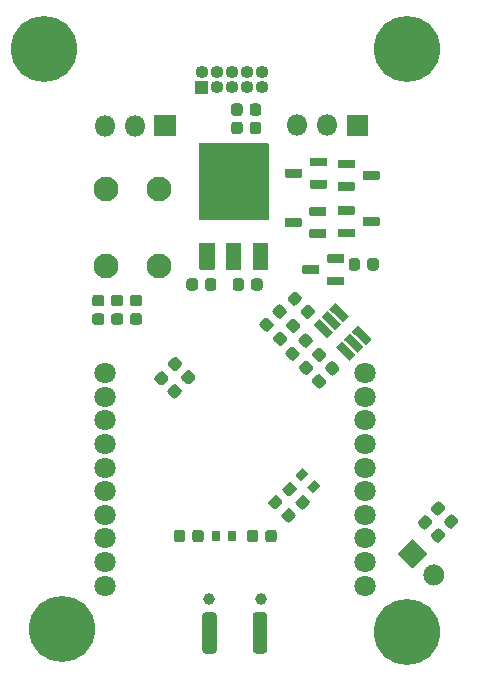
<source format=gbs>
%TF.GenerationSoftware,KiCad,Pcbnew,5.1.7*%
%TF.CreationDate,2020-10-05T22:02:55-05:00*%
%TF.ProjectId,ARC-Boat0,4152432d-426f-4617-9430-2e6b69636164,rev?*%
%TF.SameCoordinates,Original*%
%TF.FileFunction,Soldermask,Bot*%
%TF.FilePolarity,Negative*%
%FSLAX46Y46*%
G04 Gerber Fmt 4.6, Leading zero omitted, Abs format (unit mm)*
G04 Created by KiCad (PCBNEW 5.1.7) date 2020-10-05 22:02:55*
%MOMM*%
%LPD*%
G01*
G04 APERTURE LIST*
%ADD10C,5.600000*%
%ADD11C,2.100000*%
%ADD12O,1.800000X1.800000*%
%ADD13C,1.800000*%
%ADD14C,1.000000*%
%ADD15O,1.100000X1.100000*%
G04 APERTURE END LIST*
D10*
%TO.C,REF\u002A\u002A*%
X106400000Y-38600000D03*
%TD*%
%TO.C,REF\u002A\u002A*%
X137100000Y-87900000D03*
%TD*%
%TO.C,REF\u002A\u002A*%
X107870000Y-87710000D03*
%TD*%
%TO.C,REF\u002A\u002A*%
X137100000Y-38600000D03*
%TD*%
D11*
%TO.C,SW1*%
X111600000Y-50400000D03*
X116100000Y-50400000D03*
X111600000Y-56900000D03*
X116100000Y-56900000D03*
%TD*%
D12*
%TO.C,J5*%
X111520000Y-45050000D03*
X114060000Y-45050000D03*
G36*
G01*
X117450000Y-45950000D02*
X115750000Y-45950000D01*
G75*
G02*
X115700000Y-45900000I0J50000D01*
G01*
X115700000Y-44200000D01*
G75*
G02*
X115750000Y-44150000I50000J0D01*
G01*
X117450000Y-44150000D01*
G75*
G02*
X117500000Y-44200000I0J-50000D01*
G01*
X117500000Y-45900000D01*
G75*
G02*
X117450000Y-45950000I-50000J0D01*
G01*
G37*
%TD*%
%TO.C,J4*%
X127795000Y-45025000D03*
X130335000Y-45025000D03*
G36*
G01*
X133725000Y-45925000D02*
X132025000Y-45925000D01*
G75*
G02*
X131975000Y-45875000I0J50000D01*
G01*
X131975000Y-44175000D01*
G75*
G02*
X132025000Y-44125000I50000J0D01*
G01*
X133725000Y-44125000D01*
G75*
G02*
X133775000Y-44175000I0J-50000D01*
G01*
X133775000Y-45875000D01*
G75*
G02*
X133725000Y-45925000I-50000J0D01*
G01*
G37*
%TD*%
%TO.C,U2*%
G36*
G01*
X131487114Y-61927495D02*
X131027495Y-62387114D01*
G75*
G02*
X130956785Y-62387114I-35355J35355D01*
G01*
X129853698Y-61284027D01*
G75*
G02*
X129853698Y-61213317I35355J35355D01*
G01*
X130313317Y-60753698D01*
G75*
G02*
X130384027Y-60753698I35355J-35355D01*
G01*
X131487114Y-61856785D01*
G75*
G02*
X131487114Y-61927495I-35355J-35355D01*
G01*
G37*
G36*
G01*
X132158865Y-61255743D02*
X131699246Y-61715362D01*
G75*
G02*
X131628536Y-61715362I-35355J35355D01*
G01*
X130525449Y-60612275D01*
G75*
G02*
X130525449Y-60541565I35355J35355D01*
G01*
X130985068Y-60081946D01*
G75*
G02*
X131055778Y-60081946I35355J-35355D01*
G01*
X132158865Y-61185033D01*
G75*
G02*
X132158865Y-61255743I-35355J-35355D01*
G01*
G37*
G36*
G01*
X130815362Y-62599246D02*
X130355743Y-63058865D01*
G75*
G02*
X130285033Y-63058865I-35355J35355D01*
G01*
X129181946Y-61955778D01*
G75*
G02*
X129181946Y-61885068I35355J35355D01*
G01*
X129641565Y-61425449D01*
G75*
G02*
X129712275Y-61425449I35355J-35355D01*
G01*
X130815362Y-62528536D01*
G75*
G02*
X130815362Y-62599246I-35355J-35355D01*
G01*
G37*
G36*
G01*
X132724551Y-64508435D02*
X132264932Y-64968054D01*
G75*
G02*
X132194222Y-64968054I-35355J35355D01*
G01*
X131091135Y-63864967D01*
G75*
G02*
X131091135Y-63794257I35355J35355D01*
G01*
X131550754Y-63334638D01*
G75*
G02*
X131621464Y-63334638I35355J-35355D01*
G01*
X132724551Y-64437725D01*
G75*
G02*
X132724551Y-64508435I-35355J-35355D01*
G01*
G37*
G36*
G01*
X133396302Y-63836683D02*
X132936683Y-64296302D01*
G75*
G02*
X132865973Y-64296302I-35355J35355D01*
G01*
X131762886Y-63193215D01*
G75*
G02*
X131762886Y-63122505I35355J35355D01*
G01*
X132222505Y-62662886D01*
G75*
G02*
X132293215Y-62662886I35355J-35355D01*
G01*
X133396302Y-63765973D01*
G75*
G02*
X133396302Y-63836683I-35355J-35355D01*
G01*
G37*
G36*
G01*
X134068054Y-63164932D02*
X133608435Y-63624551D01*
G75*
G02*
X133537725Y-63624551I-35355J35355D01*
G01*
X132434638Y-62521464D01*
G75*
G02*
X132434638Y-62450754I35355J35355D01*
G01*
X132894257Y-61991135D01*
G75*
G02*
X132964967Y-61991135I35355J-35355D01*
G01*
X134068054Y-63094222D01*
G75*
G02*
X134068054Y-63164932I-35355J-35355D01*
G01*
G37*
%TD*%
%TO.C,R12*%
G36*
G01*
X133725000Y-57081250D02*
X133725000Y-56518750D01*
G75*
G02*
X133968750Y-56275000I243750J0D01*
G01*
X134456250Y-56275000D01*
G75*
G02*
X134700000Y-56518750I0J-243750D01*
G01*
X134700000Y-57081250D01*
G75*
G02*
X134456250Y-57325000I-243750J0D01*
G01*
X133968750Y-57325000D01*
G75*
G02*
X133725000Y-57081250I0J243750D01*
G01*
G37*
G36*
G01*
X132150000Y-57081250D02*
X132150000Y-56518750D01*
G75*
G02*
X132393750Y-56275000I243750J0D01*
G01*
X132881250Y-56275000D01*
G75*
G02*
X133125000Y-56518750I0J-243750D01*
G01*
X133125000Y-57081250D01*
G75*
G02*
X132881250Y-57325000I-243750J0D01*
G01*
X132393750Y-57325000D01*
G75*
G02*
X132150000Y-57081250I0J243750D01*
G01*
G37*
%TD*%
%TO.C,R11*%
G36*
G01*
X123175000Y-43418750D02*
X123175000Y-43981250D01*
G75*
G02*
X122931250Y-44225000I-243750J0D01*
G01*
X122443750Y-44225000D01*
G75*
G02*
X122200000Y-43981250I0J243750D01*
G01*
X122200000Y-43418750D01*
G75*
G02*
X122443750Y-43175000I243750J0D01*
G01*
X122931250Y-43175000D01*
G75*
G02*
X123175000Y-43418750I0J-243750D01*
G01*
G37*
G36*
G01*
X124750000Y-43418750D02*
X124750000Y-43981250D01*
G75*
G02*
X124506250Y-44225000I-243750J0D01*
G01*
X124018750Y-44225000D01*
G75*
G02*
X123775000Y-43981250I0J243750D01*
G01*
X123775000Y-43418750D01*
G75*
G02*
X124018750Y-43175000I243750J0D01*
G01*
X124506250Y-43175000D01*
G75*
G02*
X124750000Y-43418750I0J-243750D01*
G01*
G37*
%TD*%
%TO.C,R10*%
G36*
G01*
X129511007Y-64986741D02*
X129113259Y-64588993D01*
G75*
G02*
X129113259Y-64244279I172357J172357D01*
G01*
X129457973Y-63899565D01*
G75*
G02*
X129802687Y-63899565I172357J-172357D01*
G01*
X130200435Y-64297313D01*
G75*
G02*
X130200435Y-64642027I-172357J-172357D01*
G01*
X129855721Y-64986741D01*
G75*
G02*
X129511007Y-64986741I-172357J172357D01*
G01*
G37*
G36*
G01*
X128397313Y-66100435D02*
X127999565Y-65702687D01*
G75*
G02*
X127999565Y-65357973I172357J172357D01*
G01*
X128344279Y-65013259D01*
G75*
G02*
X128688993Y-65013259I172357J-172357D01*
G01*
X129086741Y-65411007D01*
G75*
G02*
X129086741Y-65755721I-172357J-172357D01*
G01*
X128742027Y-66100435D01*
G75*
G02*
X128397313Y-66100435I-172357J172357D01*
G01*
G37*
%TD*%
%TO.C,R9*%
G36*
G01*
X123175000Y-44968750D02*
X123175000Y-45531250D01*
G75*
G02*
X122931250Y-45775000I-243750J0D01*
G01*
X122443750Y-45775000D01*
G75*
G02*
X122200000Y-45531250I0J243750D01*
G01*
X122200000Y-44968750D01*
G75*
G02*
X122443750Y-44725000I243750J0D01*
G01*
X122931250Y-44725000D01*
G75*
G02*
X123175000Y-44968750I0J-243750D01*
G01*
G37*
G36*
G01*
X124750000Y-44968750D02*
X124750000Y-45531250D01*
G75*
G02*
X124506250Y-45775000I-243750J0D01*
G01*
X124018750Y-45775000D01*
G75*
G02*
X123775000Y-45531250I0J243750D01*
G01*
X123775000Y-44968750D01*
G75*
G02*
X124018750Y-44725000I243750J0D01*
G01*
X124506250Y-44725000D01*
G75*
G02*
X124750000Y-44968750I0J-243750D01*
G01*
G37*
%TD*%
%TO.C,R8*%
G36*
G01*
X112268750Y-60950000D02*
X112831250Y-60950000D01*
G75*
G02*
X113075000Y-61193750I0J-243750D01*
G01*
X113075000Y-61681250D01*
G75*
G02*
X112831250Y-61925000I-243750J0D01*
G01*
X112268750Y-61925000D01*
G75*
G02*
X112025000Y-61681250I0J243750D01*
G01*
X112025000Y-61193750D01*
G75*
G02*
X112268750Y-60950000I243750J0D01*
G01*
G37*
G36*
G01*
X112268750Y-59375000D02*
X112831250Y-59375000D01*
G75*
G02*
X113075000Y-59618750I0J-243750D01*
G01*
X113075000Y-60106250D01*
G75*
G02*
X112831250Y-60350000I-243750J0D01*
G01*
X112268750Y-60350000D01*
G75*
G02*
X112025000Y-60106250I0J243750D01*
G01*
X112025000Y-59618750D01*
G75*
G02*
X112268750Y-59375000I243750J0D01*
G01*
G37*
%TD*%
%TO.C,R7*%
G36*
G01*
X110668750Y-60950000D02*
X111231250Y-60950000D01*
G75*
G02*
X111475000Y-61193750I0J-243750D01*
G01*
X111475000Y-61681250D01*
G75*
G02*
X111231250Y-61925000I-243750J0D01*
G01*
X110668750Y-61925000D01*
G75*
G02*
X110425000Y-61681250I0J243750D01*
G01*
X110425000Y-61193750D01*
G75*
G02*
X110668750Y-60950000I243750J0D01*
G01*
G37*
G36*
G01*
X110668750Y-59375000D02*
X111231250Y-59375000D01*
G75*
G02*
X111475000Y-59618750I0J-243750D01*
G01*
X111475000Y-60106250D01*
G75*
G02*
X111231250Y-60350000I-243750J0D01*
G01*
X110668750Y-60350000D01*
G75*
G02*
X110425000Y-60106250I0J243750D01*
G01*
X110425000Y-59618750D01*
G75*
G02*
X110668750Y-59375000I243750J0D01*
G01*
G37*
%TD*%
%TO.C,R6*%
G36*
G01*
X114431250Y-60350000D02*
X113868750Y-60350000D01*
G75*
G02*
X113625000Y-60106250I0J243750D01*
G01*
X113625000Y-59618750D01*
G75*
G02*
X113868750Y-59375000I243750J0D01*
G01*
X114431250Y-59375000D01*
G75*
G02*
X114675000Y-59618750I0J-243750D01*
G01*
X114675000Y-60106250D01*
G75*
G02*
X114431250Y-60350000I-243750J0D01*
G01*
G37*
G36*
G01*
X114431250Y-61925000D02*
X113868750Y-61925000D01*
G75*
G02*
X113625000Y-61681250I0J243750D01*
G01*
X113625000Y-61193750D01*
G75*
G02*
X113868750Y-60950000I243750J0D01*
G01*
X114431250Y-60950000D01*
G75*
G02*
X114675000Y-61193750I0J-243750D01*
G01*
X114675000Y-61681250D01*
G75*
G02*
X114431250Y-61925000I-243750J0D01*
G01*
G37*
%TD*%
%TO.C,R5*%
G36*
G01*
X126488993Y-62563259D02*
X126886741Y-62961007D01*
G75*
G02*
X126886741Y-63305721I-172357J-172357D01*
G01*
X126542027Y-63650435D01*
G75*
G02*
X126197313Y-63650435I-172357J172357D01*
G01*
X125799565Y-63252687D01*
G75*
G02*
X125799565Y-62907973I172357J172357D01*
G01*
X126144279Y-62563259D01*
G75*
G02*
X126488993Y-62563259I172357J-172357D01*
G01*
G37*
G36*
G01*
X127602687Y-61449565D02*
X128000435Y-61847313D01*
G75*
G02*
X128000435Y-62192027I-172357J-172357D01*
G01*
X127655721Y-62536741D01*
G75*
G02*
X127311007Y-62536741I-172357J172357D01*
G01*
X126913259Y-62138993D01*
G75*
G02*
X126913259Y-61794279I172357J172357D01*
G01*
X127257973Y-61449565D01*
G75*
G02*
X127602687Y-61449565I172357J-172357D01*
G01*
G37*
%TD*%
%TO.C,R4*%
G36*
G01*
X130611007Y-66136741D02*
X130213259Y-65738993D01*
G75*
G02*
X130213259Y-65394279I172357J172357D01*
G01*
X130557973Y-65049565D01*
G75*
G02*
X130902687Y-65049565I172357J-172357D01*
G01*
X131300435Y-65447313D01*
G75*
G02*
X131300435Y-65792027I-172357J-172357D01*
G01*
X130955721Y-66136741D01*
G75*
G02*
X130611007Y-66136741I-172357J172357D01*
G01*
G37*
G36*
G01*
X129497313Y-67250435D02*
X129099565Y-66852687D01*
G75*
G02*
X129099565Y-66507973I172357J172357D01*
G01*
X129444279Y-66163259D01*
G75*
G02*
X129788993Y-66163259I172357J-172357D01*
G01*
X130186741Y-66561007D01*
G75*
G02*
X130186741Y-66905721I-172357J-172357D01*
G01*
X129842027Y-67250435D01*
G75*
G02*
X129497313Y-67250435I-172357J172357D01*
G01*
G37*
%TD*%
%TO.C,R3*%
G36*
G01*
X128361007Y-63786741D02*
X127963259Y-63388993D01*
G75*
G02*
X127963259Y-63044279I172357J172357D01*
G01*
X128307973Y-62699565D01*
G75*
G02*
X128652687Y-62699565I172357J-172357D01*
G01*
X129050435Y-63097313D01*
G75*
G02*
X129050435Y-63442027I-172357J-172357D01*
G01*
X128705721Y-63786741D01*
G75*
G02*
X128361007Y-63786741I-172357J172357D01*
G01*
G37*
G36*
G01*
X127247313Y-64900435D02*
X126849565Y-64502687D01*
G75*
G02*
X126849565Y-64157973I172357J172357D01*
G01*
X127194279Y-63813259D01*
G75*
G02*
X127538993Y-63813259I172357J-172357D01*
G01*
X127936741Y-64211007D01*
G75*
G02*
X127936741Y-64555721I-172357J-172357D01*
G01*
X127592027Y-64900435D01*
G75*
G02*
X127247313Y-64900435I-172357J172357D01*
G01*
G37*
%TD*%
%TO.C,J2*%
G36*
G01*
X138734655Y-83732447D02*
X138734655Y-83732447D01*
G75*
G02*
X138734655Y-82459655I636396J636396D01*
G01*
X138734655Y-82459655D01*
G75*
G02*
X140007447Y-82459655I636396J-636396D01*
G01*
X140007447Y-82459655D01*
G75*
G02*
X140007447Y-83732447I-636396J-636396D01*
G01*
X140007447Y-83732447D01*
G75*
G02*
X138734655Y-83732447I-636396J636396D01*
G01*
G37*
G36*
G01*
X137539645Y-82537437D02*
X136337563Y-81335355D01*
G75*
G02*
X136337563Y-81264645I35355J35355D01*
G01*
X137539645Y-80062563D01*
G75*
G02*
X137610355Y-80062563I35355J-35355D01*
G01*
X138812437Y-81264645D01*
G75*
G02*
X138812437Y-81335355I-35355J-35355D01*
G01*
X137610355Y-82537437D01*
G75*
G02*
X137539645Y-82537437I-35355J35355D01*
G01*
G37*
%TD*%
%TO.C,FB3*%
G36*
G01*
X124025000Y-89477779D02*
X124025000Y-86522221D01*
G75*
G02*
X124297221Y-86250000I272221J0D01*
G01*
X124977779Y-86250000D01*
G75*
G02*
X125250000Y-86522221I0J-272221D01*
G01*
X125250000Y-89477779D01*
G75*
G02*
X124977779Y-89750000I-272221J0D01*
G01*
X124297221Y-89750000D01*
G75*
G02*
X124025000Y-89477779I0J272221D01*
G01*
G37*
G36*
G01*
X119750000Y-89477779D02*
X119750000Y-86522221D01*
G75*
G02*
X120022221Y-86250000I272221J0D01*
G01*
X120702779Y-86250000D01*
G75*
G02*
X120975000Y-86522221I0J-272221D01*
G01*
X120975000Y-89477779D01*
G75*
G02*
X120702779Y-89750000I-272221J0D01*
G01*
X120022221Y-89750000D01*
G75*
G02*
X119750000Y-89477779I0J272221D01*
G01*
G37*
%TD*%
%TO.C,C16*%
G36*
G01*
X123900000Y-58781250D02*
X123900000Y-58218750D01*
G75*
G02*
X124143750Y-57975000I243750J0D01*
G01*
X124631250Y-57975000D01*
G75*
G02*
X124875000Y-58218750I0J-243750D01*
G01*
X124875000Y-58781250D01*
G75*
G02*
X124631250Y-59025000I-243750J0D01*
G01*
X124143750Y-59025000D01*
G75*
G02*
X123900000Y-58781250I0J243750D01*
G01*
G37*
G36*
G01*
X122325000Y-58781250D02*
X122325000Y-58218750D01*
G75*
G02*
X122568750Y-57975000I243750J0D01*
G01*
X123056250Y-57975000D01*
G75*
G02*
X123300000Y-58218750I0J-243750D01*
G01*
X123300000Y-58781250D01*
G75*
G02*
X123056250Y-59025000I-243750J0D01*
G01*
X122568750Y-59025000D01*
G75*
G02*
X122325000Y-58781250I0J243750D01*
G01*
G37*
%TD*%
%TO.C,C13*%
G36*
G01*
X119387500Y-58218750D02*
X119387500Y-58781250D01*
G75*
G02*
X119143750Y-59025000I-243750J0D01*
G01*
X118656250Y-59025000D01*
G75*
G02*
X118412500Y-58781250I0J243750D01*
G01*
X118412500Y-58218750D01*
G75*
G02*
X118656250Y-57975000I243750J0D01*
G01*
X119143750Y-57975000D01*
G75*
G02*
X119387500Y-58218750I0J-243750D01*
G01*
G37*
G36*
G01*
X120962500Y-58218750D02*
X120962500Y-58781250D01*
G75*
G02*
X120718750Y-59025000I-243750J0D01*
G01*
X120231250Y-59025000D01*
G75*
G02*
X119987500Y-58781250I0J243750D01*
G01*
X119987500Y-58218750D01*
G75*
G02*
X120231250Y-57975000I243750J0D01*
G01*
X120718750Y-57975000D01*
G75*
G02*
X120962500Y-58218750I0J-243750D01*
G01*
G37*
%TD*%
%TO.C,C12*%
G36*
G01*
X128118588Y-59845840D02*
X127720840Y-60243588D01*
G75*
G02*
X127376126Y-60243588I-172357J172357D01*
G01*
X127031412Y-59898874D01*
G75*
G02*
X127031412Y-59554160I172357J172357D01*
G01*
X127429160Y-59156412D01*
G75*
G02*
X127773874Y-59156412I172357J-172357D01*
G01*
X128118588Y-59501126D01*
G75*
G02*
X128118588Y-59845840I-172357J-172357D01*
G01*
G37*
G36*
G01*
X129232282Y-60959534D02*
X128834534Y-61357282D01*
G75*
G02*
X128489820Y-61357282I-172357J172357D01*
G01*
X128145106Y-61012568D01*
G75*
G02*
X128145106Y-60667854I172357J172357D01*
G01*
X128542854Y-60270106D01*
G75*
G02*
X128887568Y-60270106I172357J-172357D01*
G01*
X129232282Y-60614820D01*
G75*
G02*
X129232282Y-60959534I-172357J-172357D01*
G01*
G37*
%TD*%
%TO.C,C11*%
G36*
G01*
X125100000Y-80081250D02*
X125100000Y-79518750D01*
G75*
G02*
X125343750Y-79275000I243750J0D01*
G01*
X125831250Y-79275000D01*
G75*
G02*
X126075000Y-79518750I0J-243750D01*
G01*
X126075000Y-80081250D01*
G75*
G02*
X125831250Y-80325000I-243750J0D01*
G01*
X125343750Y-80325000D01*
G75*
G02*
X125100000Y-80081250I0J243750D01*
G01*
G37*
G36*
G01*
X123525000Y-80081250D02*
X123525000Y-79518750D01*
G75*
G02*
X123768750Y-79275000I243750J0D01*
G01*
X124256250Y-79275000D01*
G75*
G02*
X124500000Y-79518750I0J-243750D01*
G01*
X124500000Y-80081250D01*
G75*
G02*
X124256250Y-80325000I-243750J0D01*
G01*
X123768750Y-80325000D01*
G75*
G02*
X123525000Y-80081250I0J243750D01*
G01*
G37*
%TD*%
%TO.C,C10*%
G36*
G01*
X118300000Y-79518750D02*
X118300000Y-80081250D01*
G75*
G02*
X118056250Y-80325000I-243750J0D01*
G01*
X117568750Y-80325000D01*
G75*
G02*
X117325000Y-80081250I0J243750D01*
G01*
X117325000Y-79518750D01*
G75*
G02*
X117568750Y-79275000I243750J0D01*
G01*
X118056250Y-79275000D01*
G75*
G02*
X118300000Y-79518750I0J-243750D01*
G01*
G37*
G36*
G01*
X119875000Y-79518750D02*
X119875000Y-80081250D01*
G75*
G02*
X119631250Y-80325000I-243750J0D01*
G01*
X119143750Y-80325000D01*
G75*
G02*
X118900000Y-80081250I0J243750D01*
G01*
X118900000Y-79518750D01*
G75*
G02*
X119143750Y-79275000I243750J0D01*
G01*
X119631250Y-79275000D01*
G75*
G02*
X119875000Y-79518750I0J-243750D01*
G01*
G37*
%TD*%
%TO.C,C7*%
G36*
G01*
X126513259Y-77911007D02*
X126911007Y-77513259D01*
G75*
G02*
X127255721Y-77513259I172357J-172357D01*
G01*
X127600435Y-77857973D01*
G75*
G02*
X127600435Y-78202687I-172357J-172357D01*
G01*
X127202687Y-78600435D01*
G75*
G02*
X126857973Y-78600435I-172357J172357D01*
G01*
X126513259Y-78255721D01*
G75*
G02*
X126513259Y-77911007I172357J172357D01*
G01*
G37*
G36*
G01*
X125399565Y-76797313D02*
X125797313Y-76399565D01*
G75*
G02*
X126142027Y-76399565I172357J-172357D01*
G01*
X126486741Y-76744279D01*
G75*
G02*
X126486741Y-77088993I-172357J-172357D01*
G01*
X126088993Y-77486741D01*
G75*
G02*
X125744279Y-77486741I-172357J172357D01*
G01*
X125399565Y-77142027D01*
G75*
G02*
X125399565Y-76797313I172357J172357D01*
G01*
G37*
%TD*%
%TO.C,C6*%
G36*
G01*
X127713259Y-76811007D02*
X128111007Y-76413259D01*
G75*
G02*
X128455721Y-76413259I172357J-172357D01*
G01*
X128800435Y-76757973D01*
G75*
G02*
X128800435Y-77102687I-172357J-172357D01*
G01*
X128402687Y-77500435D01*
G75*
G02*
X128057973Y-77500435I-172357J172357D01*
G01*
X127713259Y-77155721D01*
G75*
G02*
X127713259Y-76811007I172357J172357D01*
G01*
G37*
G36*
G01*
X126599565Y-75697313D02*
X126997313Y-75299565D01*
G75*
G02*
X127342027Y-75299565I172357J-172357D01*
G01*
X127686741Y-75644279D01*
G75*
G02*
X127686741Y-75988993I-172357J-172357D01*
G01*
X127288993Y-76386741D01*
G75*
G02*
X126944279Y-76386741I-172357J172357D01*
G01*
X126599565Y-76042027D01*
G75*
G02*
X126599565Y-75697313I172357J172357D01*
G01*
G37*
%TD*%
%TO.C,C5*%
G36*
G01*
X117986741Y-65388993D02*
X117588993Y-65786741D01*
G75*
G02*
X117244279Y-65786741I-172357J172357D01*
G01*
X116899565Y-65442027D01*
G75*
G02*
X116899565Y-65097313I172357J172357D01*
G01*
X117297313Y-64699565D01*
G75*
G02*
X117642027Y-64699565I172357J-172357D01*
G01*
X117986741Y-65044279D01*
G75*
G02*
X117986741Y-65388993I-172357J-172357D01*
G01*
G37*
G36*
G01*
X119100435Y-66502687D02*
X118702687Y-66900435D01*
G75*
G02*
X118357973Y-66900435I-172357J172357D01*
G01*
X118013259Y-66555721D01*
G75*
G02*
X118013259Y-66211007I172357J172357D01*
G01*
X118411007Y-65813259D01*
G75*
G02*
X118755721Y-65813259I172357J-172357D01*
G01*
X119100435Y-66157973D01*
G75*
G02*
X119100435Y-66502687I-172357J-172357D01*
G01*
G37*
%TD*%
%TO.C,C4*%
G36*
G01*
X116836741Y-66588993D02*
X116438993Y-66986741D01*
G75*
G02*
X116094279Y-66986741I-172357J172357D01*
G01*
X115749565Y-66642027D01*
G75*
G02*
X115749565Y-66297313I172357J172357D01*
G01*
X116147313Y-65899565D01*
G75*
G02*
X116492027Y-65899565I172357J-172357D01*
G01*
X116836741Y-66244279D01*
G75*
G02*
X116836741Y-66588993I-172357J-172357D01*
G01*
G37*
G36*
G01*
X117950435Y-67702687D02*
X117552687Y-68100435D01*
G75*
G02*
X117207973Y-68100435I-172357J172357D01*
G01*
X116863259Y-67755721D01*
G75*
G02*
X116863259Y-67411007I172357J172357D01*
G01*
X117261007Y-67013259D01*
G75*
G02*
X117605721Y-67013259I172357J-172357D01*
G01*
X117950435Y-67357973D01*
G75*
G02*
X117950435Y-67702687I-172357J-172357D01*
G01*
G37*
%TD*%
%TO.C,C3*%
G36*
G01*
X126161007Y-61336741D02*
X125763259Y-60938993D01*
G75*
G02*
X125763259Y-60594279I172357J172357D01*
G01*
X126107973Y-60249565D01*
G75*
G02*
X126452687Y-60249565I172357J-172357D01*
G01*
X126850435Y-60647313D01*
G75*
G02*
X126850435Y-60992027I-172357J-172357D01*
G01*
X126505721Y-61336741D01*
G75*
G02*
X126161007Y-61336741I-172357J172357D01*
G01*
G37*
G36*
G01*
X125047313Y-62450435D02*
X124649565Y-62052687D01*
G75*
G02*
X124649565Y-61707973I172357J172357D01*
G01*
X124994279Y-61363259D01*
G75*
G02*
X125338993Y-61363259I172357J-172357D01*
G01*
X125736741Y-61761007D01*
G75*
G02*
X125736741Y-62105721I-172357J-172357D01*
G01*
X125392027Y-62450435D01*
G75*
G02*
X125047313Y-62450435I-172357J172357D01*
G01*
G37*
%TD*%
%TO.C,C2*%
G36*
G01*
X140288259Y-78436007D02*
X140686007Y-78038259D01*
G75*
G02*
X141030721Y-78038259I172357J-172357D01*
G01*
X141375435Y-78382973D01*
G75*
G02*
X141375435Y-78727687I-172357J-172357D01*
G01*
X140977687Y-79125435D01*
G75*
G02*
X140632973Y-79125435I-172357J172357D01*
G01*
X140288259Y-78780721D01*
G75*
G02*
X140288259Y-78436007I172357J172357D01*
G01*
G37*
G36*
G01*
X139174565Y-77322313D02*
X139572313Y-76924565D01*
G75*
G02*
X139917027Y-76924565I172357J-172357D01*
G01*
X140261741Y-77269279D01*
G75*
G02*
X140261741Y-77613993I-172357J-172357D01*
G01*
X139863993Y-78011741D01*
G75*
G02*
X139519279Y-78011741I-172357J172357D01*
G01*
X139174565Y-77667027D01*
G75*
G02*
X139174565Y-77322313I172357J172357D01*
G01*
G37*
%TD*%
%TO.C,C1*%
G36*
G01*
X139188259Y-79611007D02*
X139586007Y-79213259D01*
G75*
G02*
X139930721Y-79213259I172357J-172357D01*
G01*
X140275435Y-79557973D01*
G75*
G02*
X140275435Y-79902687I-172357J-172357D01*
G01*
X139877687Y-80300435D01*
G75*
G02*
X139532973Y-80300435I-172357J172357D01*
G01*
X139188259Y-79955721D01*
G75*
G02*
X139188259Y-79611007I172357J172357D01*
G01*
G37*
G36*
G01*
X138074565Y-78497313D02*
X138472313Y-78099565D01*
G75*
G02*
X138817027Y-78099565I172357J-172357D01*
G01*
X139161741Y-78444279D01*
G75*
G02*
X139161741Y-78788993I-172357J-172357D01*
G01*
X138763993Y-79186741D01*
G75*
G02*
X138419279Y-79186741I-172357J172357D01*
G01*
X138074565Y-78842027D01*
G75*
G02*
X138074565Y-78497313I172357J172357D01*
G01*
G37*
%TD*%
%TO.C,U3*%
G36*
G01*
X125305000Y-57250000D02*
X124105000Y-57250000D01*
G75*
G02*
X124055000Y-57200000I0J50000D01*
G01*
X124055000Y-55000000D01*
G75*
G02*
X124105000Y-54950000I50000J0D01*
G01*
X125305000Y-54950000D01*
G75*
G02*
X125355000Y-55000000I0J-50000D01*
G01*
X125355000Y-57200000D01*
G75*
G02*
X125305000Y-57250000I-50000J0D01*
G01*
G37*
G36*
G01*
X123025000Y-57250000D02*
X121825000Y-57250000D01*
G75*
G02*
X121775000Y-57200000I0J50000D01*
G01*
X121775000Y-55000000D01*
G75*
G02*
X121825000Y-54950000I50000J0D01*
G01*
X123025000Y-54950000D01*
G75*
G02*
X123075000Y-55000000I0J-50000D01*
G01*
X123075000Y-57200000D01*
G75*
G02*
X123025000Y-57250000I-50000J0D01*
G01*
G37*
G36*
G01*
X120745000Y-57250000D02*
X119545000Y-57250000D01*
G75*
G02*
X119495000Y-57200000I0J50000D01*
G01*
X119495000Y-55000000D01*
G75*
G02*
X119545000Y-54950000I50000J0D01*
G01*
X120745000Y-54950000D01*
G75*
G02*
X120795000Y-55000000I0J-50000D01*
G01*
X120795000Y-57200000D01*
G75*
G02*
X120745000Y-57250000I-50000J0D01*
G01*
G37*
G36*
G01*
X125325000Y-53050000D02*
X119525000Y-53050000D01*
G75*
G02*
X119475000Y-53000000I0J50000D01*
G01*
X119475000Y-46600000D01*
G75*
G02*
X119525000Y-46550000I50000J0D01*
G01*
X125325000Y-46550000D01*
G75*
G02*
X125375000Y-46600000I0J-50000D01*
G01*
X125375000Y-53000000D01*
G75*
G02*
X125325000Y-53050000I-50000J0D01*
G01*
G37*
%TD*%
%TO.C,Q5*%
G36*
G01*
X130320000Y-47825000D02*
X130320000Y-48425000D01*
G75*
G02*
X130250000Y-48495000I-70000J0D01*
G01*
X128950000Y-48495000D01*
G75*
G02*
X128880000Y-48425000I0J70000D01*
G01*
X128880000Y-47825000D01*
G75*
G02*
X128950000Y-47755000I70000J0D01*
G01*
X130250000Y-47755000D01*
G75*
G02*
X130320000Y-47825000I0J-70000D01*
G01*
G37*
G36*
G01*
X130320000Y-49725000D02*
X130320000Y-50325000D01*
G75*
G02*
X130250000Y-50395000I-70000J0D01*
G01*
X128950000Y-50395000D01*
G75*
G02*
X128880000Y-50325000I0J70000D01*
G01*
X128880000Y-49725000D01*
G75*
G02*
X128950000Y-49655000I70000J0D01*
G01*
X130250000Y-49655000D01*
G75*
G02*
X130320000Y-49725000I0J-70000D01*
G01*
G37*
G36*
G01*
X128220000Y-48775000D02*
X128220000Y-49375000D01*
G75*
G02*
X128150000Y-49445000I-70000J0D01*
G01*
X126850000Y-49445000D01*
G75*
G02*
X126780000Y-49375000I0J70000D01*
G01*
X126780000Y-48775000D01*
G75*
G02*
X126850000Y-48705000I70000J0D01*
G01*
X128150000Y-48705000D01*
G75*
G02*
X128220000Y-48775000I0J-70000D01*
G01*
G37*
%TD*%
%TO.C,Q4*%
G36*
G01*
X131230000Y-50500000D02*
X131230000Y-49900000D01*
G75*
G02*
X131300000Y-49830000I70000J0D01*
G01*
X132600000Y-49830000D01*
G75*
G02*
X132670000Y-49900000I0J-70000D01*
G01*
X132670000Y-50500000D01*
G75*
G02*
X132600000Y-50570000I-70000J0D01*
G01*
X131300000Y-50570000D01*
G75*
G02*
X131230000Y-50500000I0J70000D01*
G01*
G37*
G36*
G01*
X131230000Y-48600000D02*
X131230000Y-48000000D01*
G75*
G02*
X131300000Y-47930000I70000J0D01*
G01*
X132600000Y-47930000D01*
G75*
G02*
X132670000Y-48000000I0J-70000D01*
G01*
X132670000Y-48600000D01*
G75*
G02*
X132600000Y-48670000I-70000J0D01*
G01*
X131300000Y-48670000D01*
G75*
G02*
X131230000Y-48600000I0J70000D01*
G01*
G37*
G36*
G01*
X133330000Y-49550000D02*
X133330000Y-48950000D01*
G75*
G02*
X133400000Y-48880000I70000J0D01*
G01*
X134700000Y-48880000D01*
G75*
G02*
X134770000Y-48950000I0J-70000D01*
G01*
X134770000Y-49550000D01*
G75*
G02*
X134700000Y-49620000I-70000J0D01*
G01*
X133400000Y-49620000D01*
G75*
G02*
X133330000Y-49550000I0J70000D01*
G01*
G37*
%TD*%
%TO.C,Q3*%
G36*
G01*
X130270000Y-52000000D02*
X130270000Y-52600000D01*
G75*
G02*
X130200000Y-52670000I-70000J0D01*
G01*
X128900000Y-52670000D01*
G75*
G02*
X128830000Y-52600000I0J70000D01*
G01*
X128830000Y-52000000D01*
G75*
G02*
X128900000Y-51930000I70000J0D01*
G01*
X130200000Y-51930000D01*
G75*
G02*
X130270000Y-52000000I0J-70000D01*
G01*
G37*
G36*
G01*
X130270000Y-53900000D02*
X130270000Y-54500000D01*
G75*
G02*
X130200000Y-54570000I-70000J0D01*
G01*
X128900000Y-54570000D01*
G75*
G02*
X128830000Y-54500000I0J70000D01*
G01*
X128830000Y-53900000D01*
G75*
G02*
X128900000Y-53830000I70000J0D01*
G01*
X130200000Y-53830000D01*
G75*
G02*
X130270000Y-53900000I0J-70000D01*
G01*
G37*
G36*
G01*
X128170000Y-52950000D02*
X128170000Y-53550000D01*
G75*
G02*
X128100000Y-53620000I-70000J0D01*
G01*
X126800000Y-53620000D01*
G75*
G02*
X126730000Y-53550000I0J70000D01*
G01*
X126730000Y-52950000D01*
G75*
G02*
X126800000Y-52880000I70000J0D01*
G01*
X128100000Y-52880000D01*
G75*
G02*
X128170000Y-52950000I0J-70000D01*
G01*
G37*
%TD*%
%TO.C,Q2*%
G36*
G01*
X131230000Y-54450000D02*
X131230000Y-53850000D01*
G75*
G02*
X131300000Y-53780000I70000J0D01*
G01*
X132600000Y-53780000D01*
G75*
G02*
X132670000Y-53850000I0J-70000D01*
G01*
X132670000Y-54450000D01*
G75*
G02*
X132600000Y-54520000I-70000J0D01*
G01*
X131300000Y-54520000D01*
G75*
G02*
X131230000Y-54450000I0J70000D01*
G01*
G37*
G36*
G01*
X131230000Y-52550000D02*
X131230000Y-51950000D01*
G75*
G02*
X131300000Y-51880000I70000J0D01*
G01*
X132600000Y-51880000D01*
G75*
G02*
X132670000Y-51950000I0J-70000D01*
G01*
X132670000Y-52550000D01*
G75*
G02*
X132600000Y-52620000I-70000J0D01*
G01*
X131300000Y-52620000D01*
G75*
G02*
X131230000Y-52550000I0J70000D01*
G01*
G37*
G36*
G01*
X133330000Y-53500000D02*
X133330000Y-52900000D01*
G75*
G02*
X133400000Y-52830000I70000J0D01*
G01*
X134700000Y-52830000D01*
G75*
G02*
X134770000Y-52900000I0J-70000D01*
G01*
X134770000Y-53500000D01*
G75*
G02*
X134700000Y-53570000I-70000J0D01*
G01*
X133400000Y-53570000D01*
G75*
G02*
X133330000Y-53500000I0J70000D01*
G01*
G37*
%TD*%
%TO.C,Q1*%
G36*
G01*
X131770000Y-56000000D02*
X131770000Y-56600000D01*
G75*
G02*
X131700000Y-56670000I-70000J0D01*
G01*
X130400000Y-56670000D01*
G75*
G02*
X130330000Y-56600000I0J70000D01*
G01*
X130330000Y-56000000D01*
G75*
G02*
X130400000Y-55930000I70000J0D01*
G01*
X131700000Y-55930000D01*
G75*
G02*
X131770000Y-56000000I0J-70000D01*
G01*
G37*
G36*
G01*
X131770000Y-57900000D02*
X131770000Y-58500000D01*
G75*
G02*
X131700000Y-58570000I-70000J0D01*
G01*
X130400000Y-58570000D01*
G75*
G02*
X130330000Y-58500000I0J70000D01*
G01*
X130330000Y-57900000D01*
G75*
G02*
X130400000Y-57830000I70000J0D01*
G01*
X131700000Y-57830000D01*
G75*
G02*
X131770000Y-57900000I0J-70000D01*
G01*
G37*
G36*
G01*
X129670000Y-56950000D02*
X129670000Y-57550000D01*
G75*
G02*
X129600000Y-57620000I-70000J0D01*
G01*
X128300000Y-57620000D01*
G75*
G02*
X128230000Y-57550000I0J70000D01*
G01*
X128230000Y-56950000D01*
G75*
G02*
X128300000Y-56880000I70000J0D01*
G01*
X129600000Y-56880000D01*
G75*
G02*
X129670000Y-56950000I0J-70000D01*
G01*
G37*
%TD*%
D13*
%TO.C,MOD1*%
X133550000Y-84000000D03*
X133550000Y-82000000D03*
X133550000Y-80000000D03*
X133550000Y-78000000D03*
X133550000Y-76000000D03*
X133550000Y-74000000D03*
X133550000Y-72000000D03*
X133550000Y-70000000D03*
X133550000Y-68000000D03*
X133550000Y-66000000D03*
X111550000Y-66000000D03*
X111550000Y-68000000D03*
X111550000Y-70000000D03*
X111550000Y-72000000D03*
X111550000Y-74000000D03*
X111550000Y-76000000D03*
X111550000Y-78000000D03*
X111550000Y-80000000D03*
X111550000Y-82000000D03*
X111550000Y-84000000D03*
%TD*%
D14*
%TO.C,J3*%
X120300000Y-85090000D03*
X124700000Y-85090000D03*
%TD*%
D15*
%TO.C,J1*%
X124780000Y-40530000D03*
X124780000Y-41800000D03*
X123510000Y-40530000D03*
X123510000Y-41800000D03*
X122240000Y-40530000D03*
X122240000Y-41800000D03*
X120970000Y-40530000D03*
X120970000Y-41800000D03*
X119700000Y-40530000D03*
G36*
G01*
X120200000Y-42350000D02*
X119200000Y-42350000D01*
G75*
G02*
X119150000Y-42300000I0J50000D01*
G01*
X119150000Y-41300000D01*
G75*
G02*
X119200000Y-41250000I50000J0D01*
G01*
X120200000Y-41250000D01*
G75*
G02*
X120250000Y-41300000I0J-50000D01*
G01*
X120250000Y-42300000D01*
G75*
G02*
X120200000Y-42350000I-50000J0D01*
G01*
G37*
%TD*%
%TO.C,FB2*%
G36*
G01*
X120550000Y-80200000D02*
X120550000Y-79400000D01*
G75*
G02*
X120600000Y-79350000I50000J0D01*
G01*
X121200000Y-79350000D01*
G75*
G02*
X121250000Y-79400000I0J-50000D01*
G01*
X121250000Y-80200000D01*
G75*
G02*
X121200000Y-80250000I-50000J0D01*
G01*
X120600000Y-80250000D01*
G75*
G02*
X120550000Y-80200000I0J50000D01*
G01*
G37*
G36*
G01*
X121950000Y-80200000D02*
X121950000Y-79400000D01*
G75*
G02*
X122000000Y-79350000I50000J0D01*
G01*
X122600000Y-79350000D01*
G75*
G02*
X122650000Y-79400000I0J-50000D01*
G01*
X122650000Y-80200000D01*
G75*
G02*
X122600000Y-80250000I-50000J0D01*
G01*
X122000000Y-80250000D01*
G75*
G02*
X121950000Y-80200000I0J50000D01*
G01*
G37*
%TD*%
%TO.C,FB1*%
G36*
G01*
X129725305Y-75559619D02*
X129159619Y-76125305D01*
G75*
G02*
X129088909Y-76125305I-35355J35355D01*
G01*
X128664645Y-75701041D01*
G75*
G02*
X128664645Y-75630331I35355J35355D01*
G01*
X129230331Y-75064645D01*
G75*
G02*
X129301041Y-75064645I35355J-35355D01*
G01*
X129725305Y-75488909D01*
G75*
G02*
X129725305Y-75559619I-35355J-35355D01*
G01*
G37*
G36*
G01*
X128735355Y-74569669D02*
X128169669Y-75135355D01*
G75*
G02*
X128098959Y-75135355I-35355J35355D01*
G01*
X127674695Y-74711091D01*
G75*
G02*
X127674695Y-74640381I35355J35355D01*
G01*
X128240381Y-74074695D01*
G75*
G02*
X128311091Y-74074695I35355J-35355D01*
G01*
X128735355Y-74498959D01*
G75*
G02*
X128735355Y-74569669I-35355J-35355D01*
G01*
G37*
%TD*%
M02*

</source>
